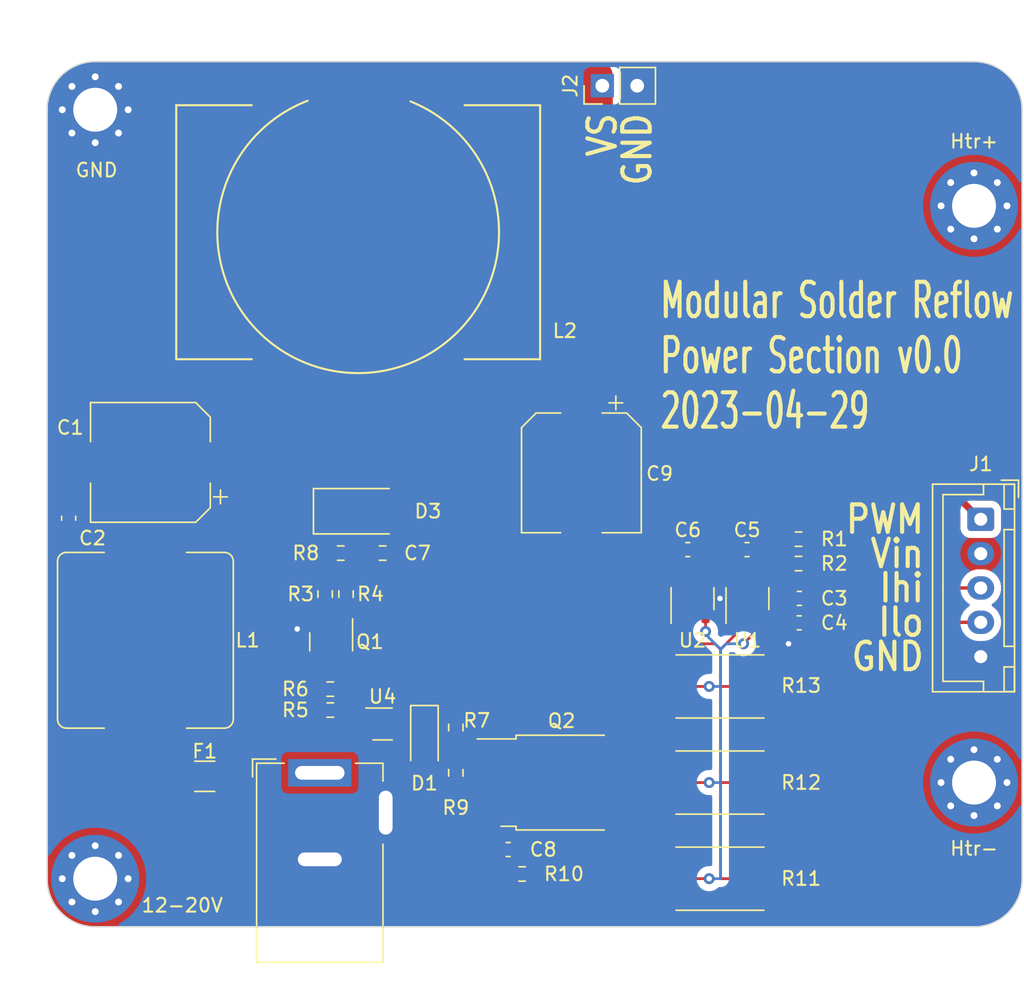
<source format=kicad_pcb>
(kicad_pcb (version 20221018) (generator pcbnew)
  (layers (0 "F.Cu" signal) (31 "B.Cu" signal) (34 "B.Paste" user) (35 "F.Paste" user) (36 "B.SilkS" user "B.Silkscreen") (37 "F.SilkS" user "F.Silkscreen") (38 "B.Mask" user) (39 "F.Mask" user) (44 "Edge.Cuts" user))
  (net 0 "")
  (net 1 "GND")
  (net 2 "VS")
  (net 3 "Vihi")
  (net 4 "Vilo")
  (net 5 "Vin")
  (net 6 "Net-(C7-Pad1)")
  (net 7 "Net-(C8-Pad1)")
  (net 8 "Gate")
  (net 9 "Net-(Q1-G)")
  (net 10 "Net-(Q1-D)")
  (net 11 "Net-(U4-B)")
  (net 12 "Vshunt+")
  (net 13 "Vshunt-")
  (net 15 "Htr+")
  (net 16 "Totem")
  (net 17 "PWM")
  (net 18 "FuseOut")
  (net 19 "12-20V")
  (net 20 "Pshunt-")
  (net 21 "Pshunt+")
  (net 22 "Aihi")
  (net 23 "Ailo")
  (footprint "Resistor_SMD:R_0603_1608Metric" (layer "F.Cu") (at 152.719 80.772)
    (fp_text reference "R1" (at 2.603 0) (layer "F.SilkS"))
    (fp_text value "1k")
    (pad "1" smd roundrect (at -0.825 0) (size 0.8 0.95) (layers "F.Cu" "F.Paste" "F.Mask") (net 22 "Aihi"))
    (pad "2" smd roundrect (at 0.825 0) (size 0.8 0.95) (layers "F.Cu" "F.Paste" "F.Mask") (net 3 "Vihi"))
  )
  (footprint "Capacitor_SMD:C_0603_1608Metric" (layer "F.Cu") (at 99.568 79.248 90)
    (fp_text reference "C2" (at -1.452 1.732) (layer "F.SilkS"))
    (fp_text value "100nF")
    (pad "1" smd roundrect (at -0.775 0 90) (size 0.9 0.95) (layers "F.Cu" "F.Paste" "F.Mask") (net 2 "VS"))
    (pad "2" smd roundrect (at 0.775 0 90) (size 0.9 0.95) (layers "F.Cu" "F.Paste" "F.Mask") (net 1 "GND"))
  )
  (footprint "Resistor_SMD:R_0603_1608Metric" (layer "F.Cu") (at 119.766 84.773 -90)
    (fp_text reference "R4" (at 0 -1.778 -180) (layer "F.SilkS"))
    (fp_text value "10k")
    (pad "1" smd roundrect (at -0.825 0 270) (size 0.8 0.95) (layers "F.Cu" "F.Paste" "F.Mask") (net 5 "Vin"))
    (pad "2" smd roundrect (at 0.825 0 270) (size 0.8 0.95) (layers "F.Cu" "F.Paste" "F.Mask") (net 9 "Net-(Q1-G)"))
  )
  (footprint "Resistor_SMD:R_0603_1608Metric" (layer "F.Cu") (at 118.618 91.694)
    (fp_text reference "R6" (at -2.54 0) (layer "F.SilkS"))
    (fp_text value "100")
    (pad "1" smd roundrect (at -0.825 0) (size 0.8 0.95) (layers "F.Cu" "F.Paste" "F.Mask") (net 11 "Net-(U4-B)"))
    (pad "2" smd roundrect (at 0.825 0) (size 0.8 0.95) (layers "F.Cu" "F.Paste" "F.Mask") (net 10 "Net-(Q1-D)"))
  )
  (footprint "PowerSection:R_2512_Kelvin_Shunt" (layer "F.Cu") (at 147 91.5 180)
    (fp_text reference "R13" (at -5.908 0.06) (layer "F.SilkS"))
    (fp_text value ".045")
    (pad "1" smd roundrect (at -3.65 0 180) (size 1 4) (layers "F.Cu" "F.Paste" "F.Mask") (roundrect_rratio 0.05) (net 21 "Pshunt+"))
    (pad "1" smd roundrect (at -3.1 -1.25 180) (size 2.1 1.5) (layers "F.Cu" "F.Paste" "F.Mask") (roundrect_rratio 0.05) (net 21 "Pshunt+"))
    (pad "1" smd roundrect (at -3.1 1.25 180) (size 2.1 1.5) (layers "F.Cu" "F.Paste" "F.Mask") (roundrect_rratio 0.05) (net 21 "Pshunt+"))
    (pad "2" smd roundrect (at -2.35 0 180) (size 1.1 0.5) (layers "F.Cu" "F.Paste" "F.Mask") (roundrect_rratio 0.05) (net 12 "Vshunt+"))
    (pad "3" smd roundrect (at 2.35 0 180) (size 1.1 0.5) (layers "F.Cu" "F.Paste" "F.Mask") (roundrect_rratio 0.05) (net 13 "Vshunt-"))
    (pad "4" smd roundrect (at 3.1 -1.25 180) (size 2.1 1.5) (layers "F.Cu" "F.Paste" "F.Mask") (roundrect_rratio 0.05) (net 20 "Pshunt-"))
    (pad "4" smd roundrect (at 3.1 1.25 180) (size 2.1 1.5) (layers "F.Cu" "F.Paste" "F.Mask") (roundrect_rratio 0.05) (net 20 "Pshunt-"))
    (pad "4" smd roundrect (at 3.65 0 180) (size 1 4) (layers "F.Cu" "F.Paste" "F.Mask") (roundrect_rratio 0.05) (net 20 "Pshunt-"))
  )
  (footprint "Resistor_SMD:R_0603_1608Metric" (layer "F.Cu") (at 127.762 97.79 -90)
    (fp_text reference "R9" (at 2.54 0 -180) (layer "F.SilkS"))
    (fp_text value "10k")
    (pad "1" smd roundrect (at -0.825 0 270) (size 0.8 0.95) (layers "F.Cu" "F.Paste" "F.Mask") (net 8 "Gate"))
    (pad "2" smd roundrect (at 0.825 0 270) (size 0.8 0.95) (layers "F.Cu" "F.Paste" "F.Mask") (net 1 "GND"))
  )
  (footprint "Package_TO_SOT_SMD:SOT-23" (layer "F.Cu") (at 118.684 88.2505 -90)
    (fp_text reference "Q1" (at 0 -2.816 -180) (layer "F.SilkS"))
    (fp_text value "2N7002")
    (pad "1" smd roundrect (at -0.9375 -0.95 270) (size 1.475 0.6) (layers "F.Cu" "F.Paste" "F.Mask") (net 9 "Net-(Q1-G)"))
    (pad "2" smd roundrect (at -0.9375 0.95 270) (size 1.475 0.6) (layers "F.Cu" "F.Paste" "F.Mask") (net 1 "GND"))
    (pad "3" smd roundrect (at 0.9375 0 270) (size 1.475 0.6) (layers "F.Cu" "F.Paste" "F.Mask") (net 10 "Net-(Q1-D)"))
  )
  (footprint "Resistor_SMD:R_0603_1608Metric" (layer "F.Cu") (at 119.38 81.788)
    (fp_text reference "R8" (at -2.54 0) (layer "F.SilkS"))
    (fp_text value "100")
    (pad "1" smd roundrect (at -0.825 0) (size 0.8 0.95) (layers "F.Cu" "F.Paste" "F.Mask") (net 2 "VS"))
    (pad "2" smd roundrect (at 0.825 0) (size 0.8 0.95) (layers "F.Cu" "F.Paste" "F.Mask") (net 6 "Net-(C7-Pad1)"))
  )
  (footprint "MountingHole:MountingHole_3.2mm_M3_Pad_Via" (layer "F.Cu") (at 101.5 49.5)
    (fp_text reference "H2" hide)
    (fp_text value "MountingHole_Pad" hide)
    (fp_text user "GND" (at 0.1 4.4 unlocked) (layer "F.SilkS"))
    (pad "1" thru_hole circle (at -2.4 0) (size 0.8 0.8) (drill 0.5) (layers "*.Cu" "*.Mask") (net 1 "GND"))
    (pad "1" thru_hole circle (at -1.697056 -1.697056) (size 0.8 0.8) (drill 0.5) (layers "*.Cu" "*.Mask") (net 1 "GND"))
    (pad "1" thru_hole circle (at -1.697056 1.697056) (size 0.8 0.8) (drill 0.5) (layers "*.Cu" "*.Mask") (net 1 "GND"))
    (pad "1" thru_hole circle (at 0 -2.4) (size 0.8 0.8) (drill 0.5) (layers "*.Cu" "*.Mask") (net 1 "GND"))
    (pad "1" thru_hole circle (at 0 0) (size 6.4 6.4) (drill 3.2) (layers "*.Cu" "*.Mask") (net 1 "GND"))
    (pad "1" thru_hole circle (at 0 2.4) (size 0.8 0.8) (drill 0.5) (layers "*.Cu" "*.Mask") (net 1 "GND"))
    (pad "1" thru_hole circle (at 1.697056 -1.697056) (size 0.8 0.8) (drill 0.5) (layers "*.Cu" "*.Mask") (net 1 "GND"))
    (pad "1" thru_hole circle (at 1.697056 1.697056) (size 0.8 0.8) (drill 0.5) (layers "*.Cu" "*.Mask") (net 1 "GND"))
    (pad "1" thru_hole circle (at 2.4 0) (size 0.8 0.8) (drill 0.5) (layers "*.Cu" "*.Mask") (net 1 "GND"))
  )
  (footprint "Connector_BarrelJack:BarrelJack_GCT_DCJ200-10-A_Horizontal" (layer "F.Cu") (at 117.856 97.79)
    (fp_text reference "12V1" hide)
    (fp_text value "Barrel_Jack_Switch")
    (fp_text user "12-20V" (at -10.018 9.652 unlocked) (layer "F.SilkS"))
    (pad "1" thru_hole rect (at 0 0) (size 4.6 2) (drill oval 3.6 1) (layers "*.Cu" "*.Mask") (net 19 "12-20V"))
    (pad "2" thru_hole oval (at 0 6.3) (size 4.2 2) (drill oval 3.2 1) (layers "*.Cu" "*.Mask") (net 1 "GND"))
    (pad "3" thru_hole oval (at 4.8 2.9) (size 2 4.2) (drill oval 1 3.2) (layers "*.Cu" "*.Mask") (net 1 "GND"))
  )
  (footprint "PowerSection:L_25x15_FlatWire" (layer "F.Cu") (at 120.65 58.42)
    (fp_text reference "L2" (at 15.05 7.18 unlocked) (layer "F.SilkS"))
    (fp_text value "22uH")
    (pad "1" smd roundrect (at -5 13.25) (size 5.5 6) (layers "F.Cu" "F.Paste" "F.Mask") (roundrect_rratio 0.05) (net 2 "VS"))
    (pad "2" smd roundrect (at 5 13.25) (size 5.5 6) (layers "F.Cu" "F.Paste" "F.Mask") (roundrect_rratio 0.05) (net 15 "Htr+"))
    (pad "3" smd roundrect (at 0 -7.625) (size 6.5 7.25) (layers "F.Cu" "F.Paste" "F.Mask") (roundrect_rratio 0.05))
  )
  (footprint "Package_TO_SOT_SMD:SOT-23-5" (layer "F.Cu") (at 145 85.098 90)
    (fp_text reference "U2" (at -3.048 0) (layer "F.SilkS"))
    (fp_text value "INA180B1")
    (pad "1" smd roundrect (at -1.1375 -0.95 90) (size 1.325 0.6) (layers "F.Cu" "F.Paste" "F.Mask") (net 12 "Vshunt+"))
    (pad "2" smd roundrect (at -1.1375 0 90) (size 1.325 0.6) (layers "F.Cu" "F.Paste" "F.Mask") (net 1 "GND"))
    (pad "3" smd roundrect (at -1.1375 0.95 90) (size 1.325 0.6) (layers "F.Cu" "F.Paste" "F.Mask") (net 13 "Vshunt-"))
    (pad "4" smd roundrect (at 1.1375 0.95 90) (size 1.325 0.6) (layers "F.Cu" "F.Paste" "F.Mask") (net 22 "Aihi"))
    (pad "5" smd roundrect (at 1.1375 -0.95 90) (size 1.325 0.6) (layers "F.Cu" "F.Paste" "F.Mask") (net 5 "Vin"))
  )
  (footprint "Capacitor_SMD:C_0603_1608Metric" (layer "F.Cu") (at 144.654 81.534)
    (fp_text reference "C6" (at 0 -1.43) (layer "F.SilkS"))
    (fp_text value "100nF")
    (pad "1" smd roundrect (at -0.775 0) (size 0.9 0.95) (layers "F.Cu" "F.Paste" "F.Mask") (net 5 "Vin"))
    (pad "2" smd roundrect (at 0.775 0) (size 0.9 0.95) (layers "F.Cu" "F.Paste" "F.Mask") (net 1 "GND"))
  )
  (footprint "Resistor_SMD:R_0603_1608Metric" (layer "F.Cu") (at 127.762 94.488 90)
    (fp_text reference "R7" (at 0.508 1.524 180) (layer "F.SilkS"))
    (fp_text value "10")
    (pad "1" smd roundrect (at -0.825 0 90) (size 0.8 0.95) (layers "F.Cu" "F.Paste" "F.Mask") (net 8 "Gate"))
    (pad "2" smd roundrect (at 0.825 0 90) (size 0.8 0.95) (layers "F.Cu" "F.Paste" "F.Mask") (net 16 "Totem"))
  )
  (footprint "Resistor_SMD:R_0603_1608Metric" (layer "F.Cu") (at 132.588 105.156 180)
    (fp_text reference "R10" (at -3.048 0) (layer "F.SilkS"))
    (fp_text value "100")
    (pad "1" smd roundrect (at -0.825 0 180) (size 0.8 0.95) (layers "F.Cu" "F.Paste" "F.Mask") (net 20 "Pshunt-"))
    (pad "2" smd roundrect (at 0.825 0 180) (size 0.8 0.95) (layers "F.Cu" "F.Paste" "F.Mask") (net 7 "Net-(C8-Pad1)"))
  )
  (footprint "PowerSection:L_12x12-ish" (layer "F.Cu") (at 105.156 88.138 90)
    (fp_text reference "L1" (at 0 7.444 180) (layer "F.SilkS"))
    (fp_text value "2.2uH")
    (pad "1" smd roundrect (at -5.05 0 90) (size 4.1 4.5) (layers "F.Cu" "F.Paste" "F.Mask") (roundrect_rratio 0.05) (net 18 "FuseOut"))
    (pad "2" smd roundrect (at 5.05 0 90) (size 4.1 4.5) (layers "F.Cu" "F.Paste" "F.Mask") (roundrect_rratio 0.05) (net 2 "VS"))
  )
  (footprint "Capacitor_SMD:C_0603_1608Metric" (layer "F.Cu") (at 131.572 103.378 180)
    (fp_text reference "C8" (at -2.553 0) (layer "F.SilkS"))
    (fp_text value "1nF")
    (pad "1" smd roundrect (at -0.775 0 180) (size 0.9 0.95) (layers "F.Cu" "F.Paste" "F.Mask") (net 7 "Net-(C8-Pad1)"))
    (pad "2" smd roundrect (at 0.775 0 180) (size 0.9 0.95) (layers "F.Cu" "F.Paste" "F.Mask") (net 1 "GND"))
  )
  (footprint "MountingHole:MountingHole_3.2mm_M3_Pad_Via" (layer "F.Cu") (at 165.5 56.5)
    (fp_text reference "H3" hide)
    (fp_text value "Heater Pad" hide)
    (fp_text user "Htr+" (at 0 -4.7 unlocked) (layer "F.SilkS"))
    (pad "1" thru_hole circle (at -2.4 0) (size 0.8 0.8) (drill 0.5) (layers "*.Cu" "*.Mask") (net 15 "Htr+"))
    (pad "1" thru_hole circle (at -1.697056 -1.697056) (size 0.8 0.8) (drill 0.5) (layers "*.Cu" "*.Mask") (net 15 "Htr+"))
    (pad "1" thru_hole circle (at -1.697056 1.697056) (size 0.8 0.8) (drill 0.5) (layers "*.Cu" "*.Mask") (net 15 "Htr+"))
    (pad "1" thru_hole circle (at 0 -2.4) (size 0.8 0.8) (drill 0.5) (layers "*.Cu" "*.Mask") (net 15 "Htr+"))
    (pad "1" thru_hole circle (at 0 0) (size 6.4 6.4) (drill 3.2) (layers "*.Cu" "*.Mask") (net 15 "Htr+"))
    (pad "1" thru_hole circle (at 0 2.4) (size 0.8 0.8) (drill 0.5) (layers "*.Cu" "*.Mask") (net 15 "Htr+"))
    (pad "1" thru_hole circle (at 1.697056 -1.697056) (size 0.8 0.8) (drill 0.5) (layers "*.Cu" "*.Mask") (net 15 "Htr+"))
    (pad "1" thru_hole circle (at 1.697056 1.697056) (size 0.8 0.8) (drill 0.5) (layers "*.Cu" "*.Mask") (net 15 "Htr+"))
    (pad "1" thru_hole circle (at 2.4 0) (size 0.8 0.8) (drill 0.5) (layers "*.Cu" "*.Mask") (net 15 "Htr+"))
  )
  (footprint "Resistor_SMD:R_0603_1608Metric" (layer "F.Cu") (at 118.242 84.773 -90)
    (fp_text reference "R3" (at 0 1.778) (layer "F.SilkS"))
    (fp_text value "10")
    (pad "1" smd roundrect (at -0.825 0 270) (size 0.8 0.95) (layers "F.Cu" "F.Paste" "F.Mask") (net 17 "PWM"))
    (pad "2" smd roundrect (at 0.825 0 270) (size 0.8 0.95) (layers "F.Cu" "F.Paste" "F.Mask") (net 9 "Net-(Q1-G)"))
  )
  (footprint "Connector_JST:JST_XH_B5B-XH-A_1x05_P2.50mm_Vertical" (layer "F.Cu") (at 165.99 79.328 -90)
    (fp_text reference "J1" (at -4.028 -0.01 -180) (layer "F.SilkS"))
    (fp_text value "JST-B5B-XH-A")
    (pad "1" thru_hole roundrect (at 0 0 270) (size 1.7 1.95) (drill 0.95) (layers "*.Cu" "*.Mask") (roundrect_rratio 0.147059) (net 17 "PWM"))
    (pad "2" thru_hole oval (at 2.5 0 270) (size 1.7 1.95) (drill 0.95) (layers "*.Cu" "*.Mask") (net 5 "Vin"))
    (pad "3" thru_hole oval (at 5 0 270) (size 1.7 1.95) (drill 0.95) (layers "*.Cu" "*.Mask") (net 3 "Vihi"))
    (pad "4" thru_hole oval (at 7.5 0 270) (size 1.7 1.95) (drill 0.95) (layers "*.Cu" "*.Mask") (net 4 "Vilo"))
    (pad "5" thru_hole oval (at 10 0 270) (size 1.7 1.95) (drill 0.95) (layers "*.Cu" "*.Mask") (net 1 "GND"))
  )
  (footprint "Capacitor_SMD:C_0603_1608Metric" (layer "F.Cu") (at 152.782 85.09 180)
    (fp_text reference "C3" (at -2.54 0) (layer "F.SilkS"))
    (fp_text value "100nF")
    (pad "1" smd roundrect (at -0.775 0 180) (size 0.9 0.95) (layers "F.Cu" "F.Paste" "F.Mask") (net 3 "Vihi"))
    (pad "2" smd roundrect (at 0.775 0 180) (size 0.9 0.95) (layers "F.Cu" "F.Paste" "F.Mask") (net 1 "GND"))
  )
  (footprint "Capacitor_SMD:C_0603_1608Metric" (layer "F.Cu") (at 148.972 81.534)
    (fp_text reference "C5" (at 0 -1.43) (layer "F.SilkS"))
    (fp_text value "100nF")
    (pad "1" smd roundrect (at -0.775 0) (size 0.9 0.95) (layers "F.Cu" "F.Paste" "F.Mask") (net 5 "Vin"))
    (pad "2" smd roundrect (at 0.775 0) (size 0.9 0.95) (layers "F.Cu" "F.Paste" "F.Mask") (net 1 "GND"))
  )
  (footprint "Capacitor_SMD:CP_Elec_8x10.5" (layer "F.Cu") (at 105.52 75.184 180)
    (fp_text reference "C1" (at 5.842 2.54) (layer "F.SilkS"))
    (fp_text value "100uF")
    (pad "1" smd roundrect (at -3.7 0 180) (size 4.4 2.5) (layers "F.Cu" "F.Paste" "F.Mask") (roundrect_rratio 0.1) (net 2 "VS"))
    (pad "2" smd roundrect (at 3.7 0 180) (size 4.4 2.5) (layers "F.Cu" "F.Paste" "F.Mask") (roundrect_rratio 0.1) (net 1 "GND"))
  )
  (footprint "Resistor_SMD:R_0603_1608Metric" (layer "F.Cu") (at 152.719 82.55 180)
    (fp_text reference "R2" (at -2.603 0) (layer "F.SilkS"))
    (fp_text value "1k")
    (pad "1" smd roundrect (at -0.825 0 180) (size 0.8 0.95) (layers "F.Cu" "F.Paste" "F.Mask") (net 4 "Vilo"))
    (pad "2" smd roundrect (at 0.825 0 180) (size 0.8 0.95) (layers "F.Cu" "F.Paste" "F.Mask") (net 23 "Ailo"))
  )
  (footprint "Package_TO_SOT_SMD:SOT-23-5" (layer "F.Cu") (at 149 85.098 90)
    (fp_text reference "U1" (at -3.048 0) (layer "F.SilkS"))
    (fp_text value "INA180B4")
    (pad "1" smd roundrect (at -1.1375 -0.95 90) (size 1.325 0.6) (layers "F.Cu" "F.Paste" "F.Mask") (net 12 "Vshunt+"))
    (pad "2" smd roundrect (at -1.1375 0 90) (size 1.325 0.6) (layers "F.Cu" "F.Paste" "F.Mask") (net 1 "GND"))
    (pad "3" smd roundrect (at -1.1375 0.95 90) (size 1.325 0.6) (layers "F.Cu" "F.Paste" "F.Mask") (net 13 "Vshunt-"))
    (pad "4" smd roundrect (at 1.1375 0.95 90) (size 1.325 0.6) (layers "F.Cu" "F.Paste" "F.Mask") (net 23 "Ailo"))
    (pad "5" smd roundrect (at 1.1375 -0.95 90) (size 1.325 0.6) (layers "F.Cu" "F.Paste" "F.Mask") (net 5 "Vin"))
  )
  (footprint "Resistor_SMD:R_0603_1608Metric" (layer "F.Cu") (at 118.618 93.218)
    (fp_text reference "R5" (at -2.54 0) (layer "F.SilkS"))
    (fp_text value "1k")
    (pad "1" smd roundrect (at -0.825 0) (size 0.8 0.95) (layers "F.Cu" "F.Paste" "F.Mask") (net 2 "VS"))
    (pad "2" smd roundrect (at 0.825 0) (size 0.8 0.95) (layers "F.Cu" "F.Paste" "F.Mask") (net 10 "Net-(Q1-D)"))
  )
  (footprint "Resistor_SMD:R_0603_1608Metric" (layer "F.Cu") (at 122.428 81.788)
    (fp_text reference "C7" (at 2.54 0) (layer "F.SilkS"))
    (fp_text value "1nF")
    (pad "1" smd roundrect (at -0.825 0) (size 0.8 0.95) (layers "F.Cu" "F.Paste" "F.Mask") (net 6 "Net-(C7-Pad1)"))
    (pad "2" smd roundrect (at 0.825 0) (size 0.8 0.95) (layers "F.Cu" "F.Paste" "F.Mask") (net 20 "Pshunt-"))
  )
  (footprint "Capacitor_SMD:CP_Elec_8x10.5" (layer "F.Cu") (at 136.906 75.946 -90)
    (fp_text reference "C9" (at 0.054 -5.694 -180) (layer "F.SilkS"))
    (fp_text value "100uF")
    (pad "1" smd roundrect (at -3.7 0 270) (size 4.4 2.5) (layers "F.Cu" "F.Paste" "F.Mask") (roundrect_rratio 0.1) (net 15 "Htr+"))
    (pad "2" smd roundrect (at 3.7 0 270) (size 4.4 2.5) (layers "F.Cu" "F.Paste" "F.Mask") (roundrect_rratio 0.1) (net 20 "Pshunt-"))
  )
  (footprint "PowerSection:R_1206_Fuse" (layer "F.Cu") (at 109.474 98.044)
    (fp_text reference "F1" (at 0 -1.82) (layer "F.SilkS"))
    (fp_text value "10A")
    (pad "1" smd roundrect (at -1.52 0) (size 1.52 2.03) (layers "F.Cu" "F.Paste" "F.Mask") (roundrect_rratio 0.222222) (net 18 "FuseOut"))
    (pad "2" smd roundrect (at 1.52 0) (size 1.52 2.03) (layers "F.Cu" "F.Paste" "F.Mask") (roundrect_rratio 0.222222) (net 19 "12-20V"))
  )
  (footprint "Package_TO_SOT_SMD:TO-252-2" (layer "F.Cu") (at 135.46 98.503)
    (fp_text reference "Q2" (at 0 -4.5) (layer "F.SilkS"))
    (fp_text value "CMD05N03A")
    (pad "1" smd roundrect (at -5.04 -2.28) (size 2.2 1.2) (layers "F.Cu" "F.Paste" "F.Mask") (roundrect_rratio 0.208333) (net 8 "Gate"))
    (pad "2" smd roundrect (at -0.415 -1.525) (size 3.05 2.75) (layers "F.Cu" "F.Paste") (roundrect_rratio 0.090909) (net 20 "Pshunt-"))
    (pad "2" smd roundrect (at -0.415 1.525) (size 3.05 2.75) (layers "F.Cu" "F.Paste") (roundrect_rratio 0.090909) (net 20 "Pshunt-"))
    (pad "2" smd roundrect (at 1.26 0) (size 6.4 5.8) (layers "F.Cu" "F.Mask") (roundrect_rratio 0.043103) (net 20 "Pshunt-"))
    (pad "2" smd roundrect (at 2.935 -1.525) (size 3.05 2.75) (layers "F.Cu" "F.Paste") (roundrect_rratio 0.090909) (net 20 "Pshunt-"))
    (pad "2" smd roundrect (at 2.935 1.525) (size 3.05 2.75) (layers "F.Cu" "F.Paste") (roundrect_rratio 0.090909) (net 20 "Pshunt-"))
    (pad "3" smd roundrect (at -5.04 2.28) (size 2.2 1.2) (layers "F.Cu" "F.Paste" "F.Mask") (roundrect_rratio 0.208333) (net 1 "GND"))
  )
  (footprint "Connector_PinHeader_2.54mm:PinHeader_1x02_P2.54mm_Vertical" (layer "F.Cu") (at 138.43 47.752 90)
    (fp_text reference "J2" (at 0 -2.33 90) (layer "F.SilkS"))
    (fp_text value "Conn_01x02_Pin")
    (pad "1" thru_hole rect (at 0 0 90) (size 1.7 1.7) (drill 1) (layers "*.Cu" "*.Mask") (net 2 "VS"))
    (pad "2" thru_hole oval (at 0 2.54 90) (size 1.7 1.7) (drill 1) (layers "*.Cu" "*.Mask") (net 1 "GND"))
  )
  (footprint "PowerSection:R_2512_Kelvin_Shunt" (layer "F.Cu") (at 147 105.5 180)
    (fp_text reference "R11" (at -5.908 0.008) (layer "F.SilkS"))
    (fp_text value ".045")
    (pad "1" smd roundrect (at -3.65 0 180) (size 1 4) (layers "F.Cu" "F.Paste" "F.Mask") (roundrect_rratio 0.05) (net 21 "Pshunt+"))
    (pad "1" smd roundrect (at -3.1 -1.25 180) (size 2.1 1.5) (layers "F.Cu" "F.Paste" "F.Mask") (roundrect_rratio 0.05) (net 21 "Pshunt+"))
    (pad "1" smd roundrect (at -3.1 1.25 180) (size 2.1 1.5) (layers "F.Cu" "F.Paste" "F.Mask") (roundrect_rratio 0.05) (net 21 "Pshunt+"))
    (pad "2" smd roundrect (at -2.35 0 180) (size 1.1 0.5) (layers "F.Cu" "F.Paste" "F.Mask") (roundrect_rratio 0.05) (net 12 "Vshunt+"))
    (pad "3" smd roundrect (at 2.35 0 180) (size 1.1 0.5) (layers "F.Cu" "F.Paste" "F.Mask") (roundrect_rratio 0.05) (net 13 "Vshunt-"))
    (pad "4" smd roundrect (at 3.1 -1.25 180) (size 2.1 1.5) (layers "F.Cu" "F.Paste" "F.Mask") (roundrect_rratio 0.05) (net 20 "Pshunt-"))
    (pad "4" smd roundrect (at 3.1 1.25 180) (size 2.1 1.5) (layers "F.Cu" "F.Paste" "F.Mask") (roundrect_rratio 0.05) (net 20 "Pshunt-"))
    (pad "4" smd roundrect (at 3.65 0 180) (size 1 4) (layers "F.Cu" "F.Paste" "F.Mask") (roundrect_rratio 0.05) (net 20 "Pshunt-"))
  )
  (footprint "PowerSection:R_2512_Kelvin_Shunt" (layer "F.Cu") (at 147 98.5 180)
    (fp_text reference "R12" (at -5.908 0) (layer "F.SilkS"))
    (fp_text value ".045")
    (pad "1" smd roundrect (at -3.65 0 180) (size 1 4) (layers "F.Cu" "F.Paste" "F.Mask") (roundrect_rratio 0.05) (net 21 "Pshunt+"))
    (pad "1" smd roundrect (at -3.1 -1.25 180) (size 2.1 1.5) (layers "F.Cu" "F.Paste" "F.Mask") (roundrect_rratio 0.05) (net 21 "Pshunt+"))
    (pad "1" smd roundrect (at -3.1 1.25 180) (size 2.1 1.5) (layers "F.Cu" "F.Paste" "F.Mask") (roundrect_rratio 0.05) (net 21 "Pshunt+"))
    (pad "2" smd roundrect (at -2.35 0 180) (size 1.1 0.5) (layers "F.Cu" "F.Paste" "F.Mask") (roundrect_rratio 0.05) (net 12 "Vshunt+"))
    (pad "3" smd roundrect (at 2.35 0 180) (size 1.1 0.5) (layers "F.Cu" "F.Paste" "F.Mask") (roundrect_rratio 0.05) (net 13 "Vshunt-"))
    (pad "4" smd roundrect (at 3.1 -1.25 180) (size 2.1 1.5) (layers "F.Cu" "F.Paste" "F.Mask") (roundrect_rratio 0.05) (net 20 "Pshunt-"))
    (pad "4" smd roundrect (at 3.1 1.25 180) (size 2.1 1.5) (layers "F.Cu" "F.Paste" "F.Mask") (roundrect_rratio 0.05) (net 20 "Pshunt-"))
    (pad "4" smd roundrect (at 3.65 0 180) (size 1 4) (layers "F.Cu" "F.Paste" "F.Mask") (roundrect_rratio 0.05) (net 20 "Pshunt-"))
  )
  (footprint "Diode_SMD:D_SOD-123" (layer "F.Cu") (at 125.476 95.25 -90)
    (fp_text reference "D1" (at 3.302 0 -180) (layer "F.SilkS"))
    (fp_text value "B5819W")
    (pad "1" smd roundrect (at -1.65 0 270) (size 0.9 1.2) (layers "F.Cu" "F.Paste" "F.Mask") (net 16 "Totem"))
    (pad "2" smd roundrect (at 1.65 0 270) (size 0.9 1.2) (layers "F.Cu" "F.Paste" "F.Mask") (net 8 "Gate"))
  )
  (footprint "Capacitor_SMD:C_0603_1608Metric" (layer "F.Cu") (at 152.769 86.868 180)
    (fp_text reference "C4" (at -2.553 0) (layer "F.SilkS"))
    (fp_text value "100nF")
    (pad "1" smd roundrect (at -0.775 0 180) (size 0.9 0.95) (layers "F.Cu" "F.Paste" "F.Mask") (net 4 "Vilo"))
    (pad "2" smd roundrect (at 0.775 0 180) (size 0.9 0.95) (layers "F.Cu" "F.Paste" "F.Mask") (net 1 "GND"))
  )
  (footprint "PowerSection:D_SMBF" (layer "F.Cu") (at 120.904 78.74)
    (fp_text reference "D3" (at 4.826 0) (layer "F.SilkS"))
    (fp_text value "SS54F")
    (pad "1" smd roundrect (at -2.325 0) (size 1.85 2.8) (layers "F.Cu" "F.Paste" "F.Mask") (roundrect_rratio 0.1) (net 2 "VS"))
    (pad "2" smd roundrect (at 2.325 0) (size 1.85 2.8) (layers "F.Cu" "F.Paste" "F.Mask") (roundrect_rratio 0.1) (net 20 "Pshunt-"))
  )
  (footprint "MountingHole:MountingHole_3.2mm_M3_Pad_Via" (layer "F.Cu") (at 101.5 105.5)
    (fp_text reference "H1" hide)
    (fp_text value "MountingHole_Pad")
    (pad "1" thru_hole circle (at -2.4 0) (size 0.8 0.8) (drill 0.5) (layers "*.Cu" "*.Mask") (net 19 "12-20V"))
    (pad "1" thru_hole circle (at -1.697056 -1.697056) (size 0.8 0.8) (drill 0.5) (layers "*.Cu" "*.Mask") (net 19 "12-20V"))
    (pad "1" thru_hole circle (at -1.697056 1.697056) (size 0.8 0.8) (drill 0.5) (layers "*.Cu" "*.Mask") (net 19 "12-20V"))
    (pad "1" thru_hole circle (at 0 -2.4) (size 0.8 0.8) (drill 0.5) (layers "*.Cu" "*.Mask") (net 19 "12-20V"))
    (pad "1" thru_hole circle (at 0 0) (size 6.4 6.4) (drill 3.2) (layers "*.Cu" "*.Mask") (net 19 "12-20V"))
    (pad "1" thru_hole circle (at 0 2.4) (size 0.8 0.8) (drill 0.5) (layers "*.Cu" "*.Mask") (net 19 "12-20V"))
    (pad "1" thru_hole circle (at 1.697056 -1.697056) (size 0.8 0.8) (drill 0.5) (layers "*.Cu" "*.Mask") (net 19 "12-20V"))
    (pad "1" thru_hole circle (at 1.697056 1.697056) (size 0.8 0.8) (drill 0.5) (layers "*.Cu" "*.Mask") (net 19 "12-20V"))
    (pad "1" thru_hole circle (at 2.4 0) (size 0.8 0.8) (drill 0.5) (layers "*.Cu" "*.Mask") (net 19 "12-20V"))
  )
  (footprint "MountingHole:MountingHole_3.2mm_M3_Pad_Via" (layer "F.Cu") (at 165.5 98.5)
    (fp_text reference "H4" hide)
    (fp_text value "Heater Pad" hide)
    (fp_text user "Htr-" (at 0 4.8 unlocked) (layer "F.SilkS"))
    (pad "1" thru_hole circle (at -2.4 0) (size 0.8 0.8) (drill 0.5) (layers "*.Cu" "*.Mask") (net 21 "Pshunt+"))
    (pad "1" thru_hole circle (at -1.697056 -1.697056) (size 0.8 0.8) (drill 0.5) (layers "*.Cu" "*.Mask") (net 21 "Pshunt+"))
    (pad "1" thru_hole circle (at -1.697056 1.697056) (size 0.8 0.8) (drill 0.5) (layers "*.Cu" "*.Mask") (net 21 "Pshunt+"))
    (pad "1" thru_hole circle (at 0 -2.4) (size 0.8 0.8) (drill 0.5) (layers "*.Cu" "*.Mask") (net 21 "Pshunt+"))
    (pad "1" thru_hole circle (at 0 0) (size 6.4 6.4) (drill 3.2) (layers "*.Cu" "*.Mask") (net 21 "Pshunt+"))
    (pad "1" thru_hole circle (at 0 2.4) (size 0.8 0.8) (drill 0.5) (layers "*.Cu" "*.Mask") (net 21 "Pshunt+"))
    (pad "1" thru_hole circle (at 1.697056 -1.697056) (size 0.8 0.8) (drill 0.5) (layers "*.Cu" "*.Mask") (net 21 "Pshunt+"))
    (pad "1" thru_hole circle (at 1.697056 1.697056) (size 0.8 0.8) (drill 0.5) (layers "*.Cu" "*.Mask") (net 21 "Pshunt+"))
    (pad "1" thru_hole circle (at 2.4 0) (size 0.8 0.8) (drill 0.5) (layers "*.Cu" "*.Mask") (net 21 "Pshunt+"))
  )
  (footprint "Package_TO_SOT_SMD:SOT-363_SC-70-6" (layer "F.Cu") (at 122.428 94.234)
    (fp_text reference "U4" (at 0 -2) (layer "F.SilkS"))
    (fp_text value "ZXGD3009DY")
    (pad "1" smd rect (at -0.95 -0.65) (size 0.65 0.4) (layers "F.Cu" "F.Paste" "F.Mask") (net 2 "VS"))
    (pad "2" smd rect (at -0.95 0) (size 0.65 0.4) (layers "F.Cu" "F.Paste" "F.Mask") (net 11 "Net-(U4-B)"))
    (pad "3" smd rect (at -0.95 0.65) (size 0.65 0.4) (layers "F.Cu" "F.Paste" "F.Mask") (net 1 "GND"))
    (pad "4" smd rect (at 0.95 0.65) (size 0.65 0.4) (layers "F.Cu" "F.Paste" "F.Mask") (net 16 "Totem"))
    (pad "5" smd rect (at 0.95 0) (size 0.65 0.4) (layers "F.Cu" "F.Paste" "F.Mask"))
    (pad "6" smd rect (at 0.95 -0.65) (size 0.65 0.4) (layers "F.Cu" "F.Paste" "F.Mask") (net 16 "Totem"))
  )
  (gr_line (start 165.5 109) (end 101.5 109) (stroke (width 0.1)) (layer "Edge.Cuts"))
  (gr_line (start 98 49.5) (end 98 105.5) (stroke (width 0.1)) (layer "Edge.Cuts"))
  (gr_arc (start 165.5 46) (mid 167.974874 47.025126) (end 169 49.5) (stroke (width 0.1)) (layer "Edge.Cuts"))
  (gr_line (start 169 49.5) (end 169 105.5) (stroke (width 0.1)) (layer "Edge.Cuts"))
  (gr_arc (start 169 105.5) (mid 167.974874 107.974874) (end 165.5 109) (stroke (width 0.1)) (layer "Edge.Cuts"))
  (gr_line (start 101.5 46) (end 165.5 46) (stroke (width 0.1)) (layer "Edge.Cuts"))
  (gr_arc (start 101.5 109) (mid 99.025127 107.974874) (end 98 105.5) (stroke (width 0.1)) (layer "Edge.Cuts"))
  (gr_arc (start 98 49.5) (mid 99.025126 47.025127) (end 101.5 46) (stroke (width 0.1)) (layer "Edge.Cuts"))
  (gr_text "GND" (at 140.97 49.6 90) (layer "F.SilkS") (effects (font (size 2 1.7) (thickness 0.3)) (justify right)))
  (gr_text "Modular Solder Reflow\nPower Section v0.0\n2023-04-29" (at 142.5 72.9) (layer "F.SilkS") (effects (font (size 2.5 1.5) (thickness 0.3)) (justify left bottom)))
  (gr_text "Vin" (at 162 81.828) (layer "F.SilkS") (effects (font (size 2 1.7) (thickness 0.3)) (justify right)))
  (gr_text "Ihi" (at 162 84.328) (layer "F.SilkS") (effects (font (size 2 1.7) (thickness 0.3)) (justify right)))
  (gr_text "GND" (at 162 89.328) (layer "F.SilkS") (effects (font (size 2 1.7) (thickness 0.3)) (justify right)))
  (gr_text "VS" (at 138.43 49.6 90) (layer "F.SilkS") (effects (font (size 2 1.7) (thickness 0.3)) (justify right)))
  (gr_text "Ilo" (at 162 86.828) (layer "F.SilkS") (effects (font (size 2 1.7) (thickness 0.3)) (justify right)))
  (gr_text "PWM" (at 162 79.328) (layer "F.SilkS") (effects (font (size 2 1.7) (thickness 0.3)) (justify right)))
  (segment (start 145.856486 85.098) (end 147 85.098) (width 0.25) (layer "F.Cu") (net 1))
  (segment (start 145 85.954486) (end 145.856486 85.098) (width 0.25) (layer "F.Cu") (net 1))
  (segment (start 147.202 85.3) (end 147 85.098) (width 0.25) (layer "F.Cu") (net 1))
  (segment (start 151.994 85.103) (end 152.007 85.09) (width 0.5) (layer "F.Cu") (net 1))
  (segment (start 117.734 87.313) (end 116.21 87.313) (width 0.5) (layer "F.Cu") (net 1))
  (segment (start 149.3 85.9355) (end 149.3 81.981) (width 0.25) (layer "F.Cu") (net 1))
  (segment (start 149 86.2355) (end 149.3 85.9355) (width 0.25) (layer "F.Cu") (net 1))
  (segment (start 151.994 88.392) (end 151.994 86.868) (width 0.5) (layer "F.Cu") (net 1))
  (segment (start 145 86.2355) (end 145 85.954486) (width 0.25) (layer "F.Cu") (net 1))
  (segment (start 121.478 96.13) (end 121.478 94.884) (width 0.5) (layer "F.Cu") (net 1))
  (segment (start 149 85.954486) (end 148.345514 85.3) (width 0.25) (layer "F.Cu") (net 1))
  (segment (start 149.3 81.981) (end 149.747 81.534) (width 0.25) (layer "F.Cu") (net 1))
  (segment (start 145 86.2355) (end 145 81.963) (width 0.25) (layer "F.Cu") (net 1))
  (segment (start 148.345514 85.3) (end 147.202 85.3) (width 0.25) (layer "F.Cu") (net 1))
  (segment (start 145 81.963) (end 145.429 81.534) (width 0.25) (layer "F.Cu") (net 1))
  (segment (start 122.656 97.308) (end 122.656 100.69) (width 0.5) (layer "F.Cu") (net 1))
  (segment (start 151.994 86.868) (end 151.994 85.103) (width 0.5) (layer "F.Cu") (net 1))
  (segment (start 122.656 97.308) (end 121.478 96.13) (width 0.5) (layer "F.Cu") (net 1))
  (segment (start 149 86.2355) (end 149 85.954486) (width 0.25) (layer "F.Cu") (net 1))
  (via (at 151.994 88.392) (size 0.8) (drill 0.4) (layers "F.Cu" "B.Cu") (net 1))
  (via (at 147 85.098) (size 0.8) (drill 0.4) (layers "F.Cu" "B.Cu") (net 1))
  (via (at 116.21 87.313) (size 0.8) (drill 0.4) (layers "F.Cu" "B.Cu") (net 1))
  (segment (start 117.793 93.218) (end 118.52 93.945) (width 0.25) (layer "F.Cu") (net 2))
  (segment (start 120.738 93.945) (end 121.099 93.584) (width 0.25) (layer "F.Cu") (net 2))
  (segment (start 121.099 93.584) (end 121.478 93.584) (width 0.25) (layer "F.Cu") (net 2))
  (segment (start 118.52 93.945) (end 120.738 93.945) (width 0.25) (layer "F.Cu") (net 2))
  (segment (start 118.618 90.932) (end 115.316 87.63) (width 0.4) (layer "F.Cu") (net 2))
  (segment (start 117.793 93.218) (end 118.618 92.393) (width 0.4) (layer "F.Cu") (net 2))
  (segment (start 118.618 92.393) (end 118.618 90.932) (width 0.4) (layer "F.Cu") (net 2))
  (segment (start 115.316 85.027) (end 118.555 81.788) (width 0.5) (layer "F.Cu") (net 2))
  (segment (start 115.316 87.63) (end 115.316 85.027) (width 0.5) (layer "F.Cu") (net 2))
  (segment (start 154.196 81.424) (end 154.196 84.451) (width 0.25) (layer "F.Cu") (net 3))
  (segment (start 165.99 84.328) (end 154.319 84.328) (width 0.25) (layer "F.Cu") (net 3))
  (segment (start 153.544 80.772) (end 154.196 81.424) (width 0.25) (layer "F.Cu") (net 3))
  (segment (start 154.196 84.451) (end 153.557 85.09) (width 0.25) (layer "F.Cu") (net 3))
  (segment (start 154.319 84.328) (end 153.557 85.09) (width 0.25) (layer "F.Cu") (net 3))
  (segment (start 165.99 86.828) (end 153.584 86.828) (width 0.25) (layer "F.Cu") (net 4))
  (segment (start 153.584 86.828) (end 153.544 86.868) (width 0.25) (layer "F.Cu") (net 4))
  (segment (start 152.855 86.179) (end 153.544 86.868) (width 0.25) (layer "F.Cu") (net 4))
  (segment (start 153.544 82.55) (end 152.855 83.239) (width 0.25) (layer "F.Cu") (net 4))
  (segment (start 152.855 83.239) (end 152.855 86.179) (width 0.25) (layer "F.Cu") (net 4))
  (segment (start 140.462 76.454) (end 121.92 76.454) (width 0.5) (layer "F.Cu") (net 5))
  (segment (start 121.412 76.962) (end 121.412 80.01) (width 0.5) (layer "F.Cu") (net 5))
  (segment (start 121.92 76.454) (end 121.412 76.962) (width 0.5) (layer "F.Cu") (net 5))
  (segment (start 144.05 81.705) (end 143.879 81.534) (width 0.25) (layer "F.Cu") (net 5))
  (segment (start 121.284 83.948) (end 119.766 83.948) (width 0.5) (layer "F.Cu") (net 5))
  (segment (start 122.428 81.026) (end 122.428 82.804) (width 0.5) (layer "F.Cu") (net 5))
  (segment (start 148.05 83.9605) (end 148.05 81.681) (width 0.25) (layer "F.Cu") (net 5))
  (segment (start 144.05 83.9605) (end 144.05 81.705) (width 0.25) (layer "F.Cu") (net 5))
  (segment (start 122.428 82.804) (end 121.284 83.948) (width 0.5) (layer "F.Cu") (net 5))
  (segment (start 121.412 80.01) (end 122.428 81.026) (width 0.5) (layer "F.Cu") (net 5))
  (segment (start 148.05 81.681) (end 148.197 81.534) (width 0.25) (layer "F.Cu") (net 5))
  (segment (start 121.603 81.788) (end 120.205 81.788) (width 0.5) (layer "F.Cu") (net 6))
  (segment (start 131.763 105.156) (end 131.763 103.962) (width 0.25) (layer "F.Cu") (net 7))
  (segment (start 131.763 103.962) (end 132.347 103.378) (width 0.25) (layer "F.Cu") (net 7))
  (segment (start 118.242 85.598) (end 119.766 85.598) (width 0.5) (layer "F.Cu") (net 9))
  (segment (start 119.766 85.598) (end 119.766 87.181) (width 0.5) (layer "F.Cu") (net 9))
  (segment (start 119.766 87.181) (end 119.634 87.313) (width 0.5) (layer "F.Cu") (net 9))
  (segment (start 119.443 91.694) (end 119.443 89.947) (width 0.5) (layer "F.Cu") (net 10))
  (segment (start 119.443 89.947) (end 118.684 89.188) (width 0.5) (layer "F.Cu") (net 10))
  (segment (start 119.443 91.694) (end 119.443 93.218) (width 0.5) (layer "F.Cu") (net 10))
  (segment (start 117.69 94.322) (end 121.39 94.322) (width 0.25) (layer "F.Cu") (net 11))
  (segment (start 117.793 91.694) (end 117.141 92.346) (width 0.25) (layer "F.Cu") (net 11))
  (segment (start 117.141 93.773) (end 117.69 94.322) (width 0.25) (layer "F.Cu") (net 11))
  (segment (start 121.39 94.322) (end 121.478 94.234) (width 0.25) (layer "F.Cu") (net 11))
  (segment (start 117.141 92.346) (end 117.141 93.773) (width 0.25) (layer "F.Cu") (net 11))
  (segment (start 147.044 88.796) (end 146.64 88.392) (width 0.2) (layer "F.Cu") (net 12))
  (segment (start 147.044 91.5) (end 147.044 88.796) (width 0.2) (layer "F.Cu") (net 12))
  (segment (start 148.05 87.79) (end 148.05 86.2355) (width 0.2) (layer "F.Cu") (net 12))
  (segment (start 146.64 88.392) (end 144.4 88.392) (width 0.2) (layer "F.Cu") (net 12))
  (segment (start 144.4 88.392) (end 144.05 88.042) (width 0.2) (layer "F.Cu") (net 12))
  (segment (start 149.35 91.5) (end 147.044 91.5) (width 0.2) (layer "F.Cu") (net 12))
  (segment (start 149.35 105.5) (end 147.044 105.5) (width 0.2) (layer "F.Cu") (net 12))
  (segment (start 147.044 105.5) (end 147.044 91.5) (width 0.2) (layer "F.Cu") (net 12))
  (segment (start 144.05 88.042) (end 144.05 86.2355) (width 0.2) (layer "F.Cu") (net 12))
  (segment (start 149.35 98.5) (end 147.044 98.5) (width 0.2) (layer "F.Cu") (net 12))
  (segment (start 147.044 88.796) (end 148.05 87.79) (width 0.2) (layer "F.Cu") (net 12))
  (segment (start 144.65 91.5) (end 146.212 91.5) (width 0.2) (layer "F.Cu") (net 13))
  (segment (start 148.718 88.392) (end 149.95 87.16) (width 0.2) (layer "F.Cu") (net 13))
  (segment (start 149.95 87.16) (end 149.95 86.2355) (width 0.2) (layer "F.Cu") (net 13))
  (segment (start 144.65 98.5) (end 146.212 98.5) (width 0.2) (layer "F.Cu") (net 13))
  (segment (start 144.65 105.5) (end 146.212 105.5) (width 0.2) (layer "F.Cu") (net 13))
  (segment (start 145.95 87.5) (end 145.95 86.2355) (width 0.2) (layer "F.Cu") (net 13))
  (via (at 148.718 88.392) (size 0.8) (drill 0.4) (layers "F.Cu" "B.Cu") (net 13))
  (via (at 145.95 87.5) (size 0.8) (drill 0.4) (layers "F.Cu" "B.Cu") (net 13))
  (via (at 146.212 98.5) (size 0.8) (drill 0.4) (layers "F.Cu" "B.Cu") (net 13))
  (via (at 146.212 91.5) (size 0.8) (drill 0.4) (layers "F.Cu" "B.Cu") (net 13))
  (via (at 146.212 105.5) (size 0.8) (drill 0.4) (layers "F.Cu" "B.Cu") (net 13))
  (segment (start 145.95 87.702) (end 147.044 88.796) (width 0.2) (layer "B.Cu") (net 13))
  (segment (start 147.448 88.392) (end 148.718 88.392) (width 0.2) (layer "B.Cu") (net 13))
  (segment (start 146.212 91.5) (end 147.044 91.5) (width 0.2) (layer "B.Cu") (net 13))
  (segment (start 145.95 87.5) (end 145.95 87.702) (width 0.2) (layer "B.Cu") (net 13))
  (segment (start 147.044 91.5) (end 147.044 88.796) (width 0.2) (layer "B.Cu") (net 13))
  (segment (start 146.212 105.5) (end 147.044 105.5) (width 0.2) (layer "B.Cu") (net 13))
  (segment (start 147.044 98.5) (end 147.044 91.5) (width 0.2) (layer "B.Cu") (net 13))
  (segment (start 147.044 105.5) (end 147.044 98.5) (width 0.2) (layer "B.Cu") (net 13))
  (segment (start 147.044 88.796) (end 147.448 88.392) (width 0.2) (layer "B.Cu") (net 13))
  (segment (start 146.212 98.5) (end 147.044 98.5) (width 0.2) (layer "B.Cu") (net 13))
  (segment (start 123.378 94.884) (end 124.192 94.884) (width 0.25) (layer "F.Cu") (net 16))
  (segment (start 124.192 94.884) (end 125.476 93.6) (width 0.25) (layer "F.Cu") (net 16))
  (segment (start 125.46 93.584) (end 125.476 93.6) (width 0.25) (layer "F.Cu") (net 16))
  (segment (start 123.378 93.584) (end 125.46 93.584) (width 0.25) (layer "F.Cu") (net 16))
  (segment (start 165.99 79.328) (end 165.942 79.328) (width 0.5) (layer "F.Cu") (net 17))
  (segment (start 118.242 83.942) (end 118.242 83.948) (width 0.5) (layer "F.Cu") (net 17))
  (segment (start 165.942 79.328) (end 162.052 75.438) (width 0.5) (layer "F.Cu") (net 17))
  (segment (start 120.396 76.2) (end 120.396 80.01) (width 0.5) (layer "F.Cu") (net 17))
  (segment (start 119.38 82.804) (end 118.242 83.942) (width 0.5) (layer "F.Cu") (net 17))
  (segment (start 119.38 81.026) (end 119.38 82.804) (width 0.5) (layer "F.Cu") (net 17))
  (segment (start 120.396 80.01) (end 119.38 81.026) (width 0.5) (layer "F.Cu") (net 17))
  (segment (start 121.158 75.438) (end 120.396 76.2) (width 0.5) (layer "F.Cu") (net 17))
  (segment (start 162.052 75.438) (end 121.158 75.438) (width 0.5) (layer "F.Cu") (net 17))
  (segment (start 123.203 78.766) (end 123.229 78.74) (width 0.2) (layer "F.Cu") (net 20))
  (segment (start 123.253 81.788) (end 123.203 81.738) (width 0.5) (layer "F.Cu") (net 20))
  (segment (start 123.203 81.738) (end 123.203 78.766) (width 0.5) (layer "F.Cu") (net 20))
  (segment (start 147.758486 84.9) (end 148.341514 84.9) (width 0.25) (layer "F.Cu") (net 22))
  (segment (start 148.9 81.23142) (end 149.35942 80.772) (width 0.25) (layer "F.Cu") (net 22))
  (segment (start 146.818986 83.9605) (end 147.758486 84.9) (width 0.25) (layer "F.Cu") (net 22))
  (segment (start 149.35942 80.772) (end 151.894 80.772) (width 0.25) (layer "F.Cu") (net 22))
  (segment (start 148.9 84.341514) (end 148.9 81.23142) (width 0.25) (layer "F.Cu") (net 22))
  (segment (start 148.341514 84.9) (end 148.9 84.341514) (width 0.25) (layer "F.Cu") (net 22))
  (segment (start 145.95 83.9605) (end 146.818986 83.9605) (width 0.25) (layer "F.Cu") (net 22))
  (segment (start 151.004 82.55) (end 149.95 83.604) (width 0.25) (layer "F.Cu") (net 23))
  (segment (start 151.894 82.55) (end 151.004 82.55) (width 0.25) (layer "F.Cu") (net 23))
  (segment (start 149.95 83.604) (end 149.95 83.9605) (width 0.25) (layer "F.Cu") (net 23))
  (zone (net 8) (net_name "Gate") (layer "F.Cu") (priority 12) (connect_pads yes (clearance 0.508)) (min_thickness 0.25) (fill yes (thermal_gap 0.5) (thermal_bridge_width 0.5) (smoothing fillet) (radius 1))
    (polygon (pts (xy 124.46 97.79) (xy 132.08 97.79) (xy 132.08 94.742) (xy 126.746 94.742) (xy 125.476 96.012) (xy 124.46 96.012)))
  )
  (zone (net 19) (net_name "12-20V") (layer "F.Cu") (priority 3) (connect_pads yes (clearance 0.508)) (min_thickness 0.25) (fill yes (thermal_gap 0.5) (thermal_bridge_width 0.5) (smoothing fillet) (radius 1))
    (polygon (pts (xy 120.904 99.822) (xy 120.015 101.473) (xy 115.062 101.473) (xy 115.062 109.22) (xy 97.79 109.22) (xy 98.044 99.822) (xy 109.982 99.822) (xy 109.855 95.25) (xy 120.015 95.25) (xy 120.904 96.774)))
  )
  (zone (net 20) (net_name "Pshunt-") (layer "F.Cu") (priority 10) (connect_pads yes (clearance 0.508)) (min_thickness 0.25) (fill yes (thermal_gap 0.5) (thermal_bridge_width 0.5) (smoothing fillet) (radius 1))
    (polygon (pts (xy 139.192 107.95) (xy 133.096 107.95) (xy 133.096 94.742) (xy 130.81 92.456) (xy 120.396 92.456) (xy 120.396 76.2) (xy 139.192 76.2)))
  )
  (zone (net 5) (net_name "Vin") (layer "F.Cu") (priority 9) (connect_pads yes (clearance 0.508)) (min_thickness 0.25) (fill yes (thermal_gap 0.5) (thermal_bridge_width 0.5) (smoothing fillet) (radius 1))
    (polygon (pts (xy 169.164 76.2) (xy 139.7 76.2) (xy 139.7 88.138) (xy 169.164 88.138)))
  )
  (zone (net 1) (net_name "GND") (layer "F.Cu") (priority 5) (connect_pads yes (clearance 0.508)) (min_thickness 0.25) (fill yes (thermal_gap 0.5) (thermal_bridge_width 0.5) (smoothing fillet) (radius 1))
    (polygon (pts (xy 121.666 98.298) (xy 130.81 98.298) (xy 132.08 100.33) (xy 132.08 101.6) (xy 132.08 102.87) (xy 132.08 109.22) (xy 115.57 109.22) (xy 115.57 102.362) (xy 120.65 102.362) (xy 121.666 100.076)))
  )
  (zone (net 2) (net_name "VS") (layer "F.Cu") (priority 1) (connect_pads yes (clearance 0.508)) (min_thickness 0.25) (fill yes (thermal_gap 0.5) (thermal_bridge_width 0.5) (smoothing fillet) (radius 1))
    (polygon (pts (xy 97.4852 87.63) (xy 120.396 87.63) (xy 120.396 56.896) (xy 139.192 56.896) (xy 139.192 45.72) (xy 105.41 45.72) (xy 105.41 76.2) (xy 100.584 79.4258) (xy 97.4852 79.4258)))
  )
  (zone (net 16) (net_name "Totem") (layer "F.Cu") (priority 11) (connect_pads yes (clearance 0.508)) (min_thickness 0.25) (fill yes (thermal_gap 0.5) (thermal_bridge_width 0.5) (smoothing fillet) (radius 1))
    (polygon (pts (xy 122.936 92.964) (xy 122.936 95.25) (xy 125.476 95.25) (xy 126.492 94.234) (xy 128.524 94.234) (xy 128.524 92.964)))
  )
  (zone (net 15) (net_name "Htr+") (layer "F.Cu") (priority 8) (connect_pads yes (clearance 0.508)) (min_thickness 0.25) (fill yes (thermal_gap 0.5) (thermal_bridge_width 0.5) (smoothing fillet) (radius 1))
    (polygon (pts (xy 121.412 57.658) (xy 121.412 75.184) (xy 169.164 75.184) (xy 169.164 45.72) (xy 139.954 45.72) (xy 139.954 57.658)))
  )
  (zone (net 18) (net_name "FuseOut") (layer "F.Cu") (priority 2) (connect_pads yes (clearance 0.508)) (min_thickness 0.25) (fill yes (thermal_gap 0.5) (thermal_bridge_width 0.5) (smoothing fillet) (radius 1))
    (polygon (pts (xy 97.4852 88.646) (xy 108.966 88.646) (xy 108.966 99.2632) (xy 97.4852 99.2632)))
  )
  (zone (net 21) (net_name "Pshunt+") (layer "F.Cu") (priority 6) (connect_pads yes (clearance 0.508)) (min_thickness 0.25) (fill yes (thermal_gap 0.5) (thermal_bridge_width 0.5) (smoothing fillet) (radius 1))
    (polygon (pts (xy 148.5 108) (xy 148.5 89) (xy 163 89) (xy 169 94) (xy 169 103) (xy 163 108)))
  )
  (zone (net 20) (net_name "Pshunt-") (layer "F.Cu") (priority 4) (connect_pads yes (clearance 0.508)) (min_thickness 0.25) (fill yes (thermal_gap 0.5) (thermal_bridge_width 0.5) (smoothing fillet) (radius 1))
    (polygon (pts (xy 145.5 108) (xy 139 108) (xy 133 102) (xy 133 95) (xy 139 89) (xy 145.5 89)))
  )
  (zone (net 1) (net_name "GND") (layer "F.Cu") (connect_pads yes (clearance 0.508)) (min_thickness 0.25) (fill yes (thermal_gap 0.5) (thermal_bridge_width 0.5) (smoothing fillet) (radius 1))
    (polygon (pts (xy 97.79 78.994) (xy 97.7392 45.72) (xy 104.8766 45.72) (xy 104.648 76.2) (xy 100.33 78.994)))
  )
  (zone (net 1) (net_name "GND") (layer "B.Cu") (priority 7) (connect_pads yes (clearance 0.508)) (min_thickness 0.25) (fill yes (thermal_gap 0.5) (thermal_bridge_width 0.5) (smoothing fillet) (radius 1))
    (polygon (pts (xy 169.164 45.72) (xy 169.164 109.22) (xy 97.79 109.22) (xy 97.79 45.72)))
  )
)
</source>
